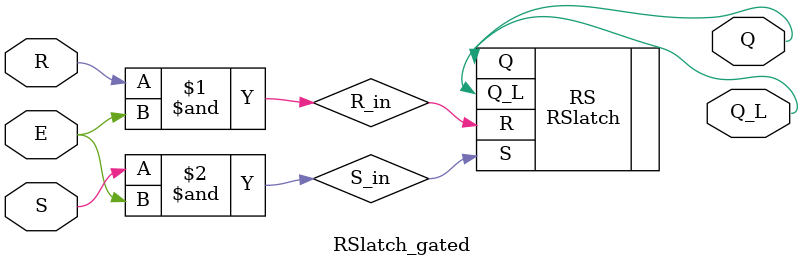
<source format=v>
`timescale 1ns / 1ps
module RSlatch_gated(input R,
                     input S,
                     input E,
                     output Q,
                     output Q_L);


  wire R_in;
  and(R_in, R, E);

  wire S_in;
  and(S_in, S, E);

  RSlatch RS(.R(R_in),.S(S_in),.Q(Q),.Q_L(Q_L));

endmodule

</source>
